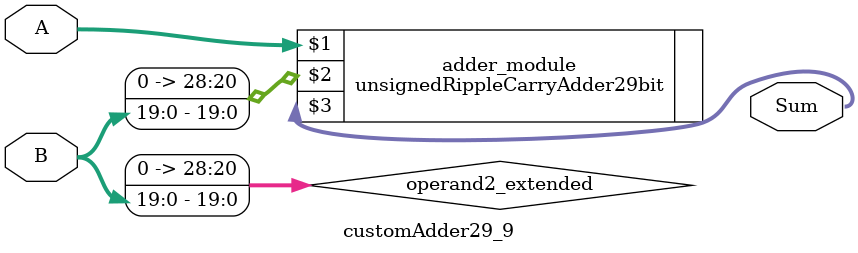
<source format=v>

module customAdder29_9(
                    input [28 : 0] A,
                    input [19 : 0] B,
                    
                    output [29 : 0] Sum
            );

    wire [28 : 0] operand2_extended;
    
    assign operand2_extended =  {9'b0, B};
    
    unsignedRippleCarryAdder29bit adder_module(
        A,
        operand2_extended,
        Sum
    );
    
endmodule
        
</source>
